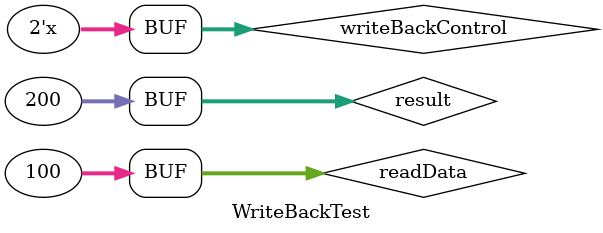
<source format=v>
`timescale 1ns / 1ps


module WriteBackTest;

	// Inputs
	reg [1:0] writeBackControl;
	reg [31:0] readData;
	reg [31:0] result;

	// Outputs
	wire [31:0] writeData;

	// Instantiate the Unit Under Test (UUT)
	WriteBack uut (
		.writeBackControl(writeBackControl), 
		.readData(readData), 
		.result(result), 
		.writeData(writeData)
	);

	initial begin
		writeBackControl = 0;
		readData = 100;
		result = 200;
		
		#5 writeBackControl = 1;
		
		#5 writeBackControl = 2;
		
		#5 writeBackControl = 2'bxx;
	end
      
endmodule


</source>
